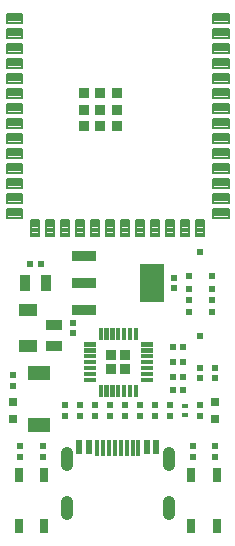
<source format=gtp>
G75*
%MOIN*%
%OFA0B0*%
%FSLAX25Y25*%
%IPPOS*%
%LPD*%
%AMOC8*
5,1,8,0,0,1.08239X$1,22.5*
%
%ADD10R,0.02362X0.05118*%
%ADD11R,0.01181X0.05709*%
%ADD12C,0.04134*%
%ADD13R,0.02559X0.04724*%
%ADD14R,0.08465X0.03740*%
%ADD15R,0.08465X0.12795*%
%ADD16R,0.02441X0.02441*%
%ADD17R,0.07480X0.04724*%
%ADD18R,0.05512X0.03543*%
%ADD19R,0.03543X0.05512*%
%ADD20R,0.03150X0.03150*%
%ADD21R,0.01969X0.01575*%
%ADD22R,0.01969X0.02362*%
%ADD23C,0.00780*%
%ADD24R,0.03543X0.03543*%
%ADD25R,0.03780X0.03780*%
%ADD26C,0.00080*%
%ADD27R,0.06299X0.03937*%
D10*
X0041505Y0034066D03*
X0044654Y0034066D03*
X0063946Y0034066D03*
X0067095Y0034066D03*
D11*
X0061190Y0033770D03*
X0059221Y0033770D03*
X0057253Y0033770D03*
X0055284Y0033770D03*
X0053316Y0033770D03*
X0051347Y0033770D03*
X0049379Y0033770D03*
X0047410Y0033770D03*
D12*
X0037292Y0032240D02*
X0037292Y0028106D01*
X0037292Y0015778D02*
X0037292Y0011644D01*
X0071308Y0011644D02*
X0071308Y0015778D01*
X0071308Y0028106D02*
X0071308Y0032240D01*
D13*
X0021318Y0007835D03*
X0029782Y0007835D03*
X0029782Y0024765D03*
X0021318Y0024765D03*
X0078818Y0024765D03*
X0087282Y0024765D03*
X0087282Y0007835D03*
X0078818Y0007835D03*
D14*
X0042883Y0079745D03*
X0042883Y0088800D03*
X0042883Y0097855D03*
D15*
X0065717Y0088800D03*
D16*
X0073050Y0087028D03*
X0073050Y0090572D03*
X0078050Y0086822D03*
X0078050Y0083278D03*
X0085550Y0083278D03*
X0085550Y0086822D03*
X0076072Y0067550D03*
X0076072Y0062550D03*
X0076072Y0057550D03*
X0076072Y0053175D03*
X0072528Y0053175D03*
X0072528Y0057550D03*
X0072528Y0062550D03*
X0072528Y0067550D03*
X0081800Y0060572D03*
X0081800Y0057028D03*
X0086800Y0057028D03*
X0086800Y0060572D03*
X0081800Y0048072D03*
X0081800Y0044528D03*
X0079300Y0034322D03*
X0079300Y0030778D03*
X0086800Y0030778D03*
X0086800Y0034322D03*
X0071800Y0044528D03*
X0071800Y0048072D03*
X0066800Y0048072D03*
X0066800Y0044528D03*
X0061800Y0044528D03*
X0061800Y0048072D03*
X0056800Y0048072D03*
X0056800Y0044528D03*
X0051800Y0044528D03*
X0051800Y0048072D03*
X0046800Y0048072D03*
X0046800Y0044528D03*
X0041800Y0044528D03*
X0041800Y0048072D03*
X0036800Y0048072D03*
X0036800Y0044528D03*
X0029300Y0034322D03*
X0029300Y0030778D03*
X0021800Y0030778D03*
X0021800Y0034322D03*
X0019300Y0054528D03*
X0019300Y0058072D03*
X0025028Y0095050D03*
X0028572Y0095050D03*
X0039300Y0075572D03*
X0039300Y0072028D03*
D17*
X0028050Y0058711D03*
X0028050Y0041389D03*
D18*
X0033050Y0067757D03*
X0033050Y0074843D03*
D19*
X0030343Y0088800D03*
X0023257Y0088800D03*
D20*
X0019300Y0049253D03*
X0019300Y0043347D03*
X0086800Y0043347D03*
X0086800Y0049253D03*
D21*
X0076800Y0047875D03*
X0076800Y0044725D03*
D22*
X0081800Y0071113D03*
X0078060Y0078987D03*
X0078060Y0091113D03*
X0081800Y0098987D03*
X0085540Y0091113D03*
X0085540Y0078987D03*
D23*
X0083181Y0104524D02*
X0083181Y0109650D01*
X0083181Y0104524D02*
X0080419Y0104524D01*
X0080419Y0109650D01*
X0083181Y0109650D01*
X0083181Y0105303D02*
X0080419Y0105303D01*
X0080419Y0106082D02*
X0083181Y0106082D01*
X0083181Y0106861D02*
X0080419Y0106861D01*
X0080419Y0107640D02*
X0083181Y0107640D01*
X0083181Y0108419D02*
X0080419Y0108419D01*
X0080419Y0109198D02*
X0083181Y0109198D01*
X0086186Y0113390D02*
X0091312Y0113390D01*
X0091312Y0110628D01*
X0086186Y0110628D01*
X0086186Y0113390D01*
X0086186Y0111407D02*
X0091312Y0111407D01*
X0091312Y0112186D02*
X0086186Y0112186D01*
X0086186Y0112965D02*
X0091312Y0112965D01*
X0091312Y0118390D02*
X0086186Y0118390D01*
X0091312Y0118390D02*
X0091312Y0115628D01*
X0086186Y0115628D01*
X0086186Y0118390D01*
X0086186Y0116407D02*
X0091312Y0116407D01*
X0091312Y0117186D02*
X0086186Y0117186D01*
X0086186Y0117965D02*
X0091312Y0117965D01*
X0091312Y0123390D02*
X0086186Y0123390D01*
X0091312Y0123390D02*
X0091312Y0120628D01*
X0086186Y0120628D01*
X0086186Y0123390D01*
X0086186Y0121407D02*
X0091312Y0121407D01*
X0091312Y0122186D02*
X0086186Y0122186D01*
X0086186Y0122965D02*
X0091312Y0122965D01*
X0091312Y0128390D02*
X0086186Y0128390D01*
X0091312Y0128390D02*
X0091312Y0125628D01*
X0086186Y0125628D01*
X0086186Y0128390D01*
X0086186Y0126407D02*
X0091312Y0126407D01*
X0091312Y0127186D02*
X0086186Y0127186D01*
X0086186Y0127965D02*
X0091312Y0127965D01*
X0091312Y0133390D02*
X0086186Y0133390D01*
X0091312Y0133390D02*
X0091312Y0130628D01*
X0086186Y0130628D01*
X0086186Y0133390D01*
X0086186Y0131407D02*
X0091312Y0131407D01*
X0091312Y0132186D02*
X0086186Y0132186D01*
X0086186Y0132965D02*
X0091312Y0132965D01*
X0091312Y0138390D02*
X0086186Y0138390D01*
X0091312Y0138390D02*
X0091312Y0135628D01*
X0086186Y0135628D01*
X0086186Y0138390D01*
X0086186Y0136407D02*
X0091312Y0136407D01*
X0091312Y0137186D02*
X0086186Y0137186D01*
X0086186Y0137965D02*
X0091312Y0137965D01*
X0091312Y0143390D02*
X0086186Y0143390D01*
X0091312Y0143390D02*
X0091312Y0140628D01*
X0086186Y0140628D01*
X0086186Y0143390D01*
X0086186Y0141407D02*
X0091312Y0141407D01*
X0091312Y0142186D02*
X0086186Y0142186D01*
X0086186Y0142965D02*
X0091312Y0142965D01*
X0091312Y0148390D02*
X0086186Y0148390D01*
X0091312Y0148390D02*
X0091312Y0145628D01*
X0086186Y0145628D01*
X0086186Y0148390D01*
X0086186Y0146407D02*
X0091312Y0146407D01*
X0091312Y0147186D02*
X0086186Y0147186D01*
X0086186Y0147965D02*
X0091312Y0147965D01*
X0091312Y0153390D02*
X0086186Y0153390D01*
X0091312Y0153390D02*
X0091312Y0150628D01*
X0086186Y0150628D01*
X0086186Y0153390D01*
X0086186Y0151407D02*
X0091312Y0151407D01*
X0091312Y0152186D02*
X0086186Y0152186D01*
X0086186Y0152965D02*
X0091312Y0152965D01*
X0091312Y0158390D02*
X0086186Y0158390D01*
X0091312Y0158390D02*
X0091312Y0155628D01*
X0086186Y0155628D01*
X0086186Y0158390D01*
X0086186Y0156407D02*
X0091312Y0156407D01*
X0091312Y0157186D02*
X0086186Y0157186D01*
X0086186Y0157965D02*
X0091312Y0157965D01*
X0091312Y0163390D02*
X0086186Y0163390D01*
X0091312Y0163390D02*
X0091312Y0160628D01*
X0086186Y0160628D01*
X0086186Y0163390D01*
X0086186Y0161407D02*
X0091312Y0161407D01*
X0091312Y0162186D02*
X0086186Y0162186D01*
X0086186Y0162965D02*
X0091312Y0162965D01*
X0091312Y0168390D02*
X0086186Y0168390D01*
X0091312Y0168390D02*
X0091312Y0165628D01*
X0086186Y0165628D01*
X0086186Y0168390D01*
X0086186Y0166407D02*
X0091312Y0166407D01*
X0091312Y0167186D02*
X0086186Y0167186D01*
X0086186Y0167965D02*
X0091312Y0167965D01*
X0091312Y0173390D02*
X0086186Y0173390D01*
X0091312Y0173390D02*
X0091312Y0170628D01*
X0086186Y0170628D01*
X0086186Y0173390D01*
X0086186Y0171407D02*
X0091312Y0171407D01*
X0091312Y0172186D02*
X0086186Y0172186D01*
X0086186Y0172965D02*
X0091312Y0172965D01*
X0091312Y0178390D02*
X0086186Y0178390D01*
X0091312Y0178390D02*
X0091312Y0175628D01*
X0086186Y0175628D01*
X0086186Y0178390D01*
X0086186Y0176407D02*
X0091312Y0176407D01*
X0091312Y0177186D02*
X0086186Y0177186D01*
X0086186Y0177965D02*
X0091312Y0177965D01*
X0078181Y0109650D02*
X0078181Y0104524D01*
X0075419Y0104524D01*
X0075419Y0109650D01*
X0078181Y0109650D01*
X0078181Y0105303D02*
X0075419Y0105303D01*
X0075419Y0106082D02*
X0078181Y0106082D01*
X0078181Y0106861D02*
X0075419Y0106861D01*
X0075419Y0107640D02*
X0078181Y0107640D01*
X0078181Y0108419D02*
X0075419Y0108419D01*
X0075419Y0109198D02*
X0078181Y0109198D01*
X0073181Y0109650D02*
X0073181Y0104524D01*
X0070419Y0104524D01*
X0070419Y0109650D01*
X0073181Y0109650D01*
X0073181Y0105303D02*
X0070419Y0105303D01*
X0070419Y0106082D02*
X0073181Y0106082D01*
X0073181Y0106861D02*
X0070419Y0106861D01*
X0070419Y0107640D02*
X0073181Y0107640D01*
X0073181Y0108419D02*
X0070419Y0108419D01*
X0070419Y0109198D02*
X0073181Y0109198D01*
X0068181Y0109650D02*
X0068181Y0104524D01*
X0065419Y0104524D01*
X0065419Y0109650D01*
X0068181Y0109650D01*
X0068181Y0105303D02*
X0065419Y0105303D01*
X0065419Y0106082D02*
X0068181Y0106082D01*
X0068181Y0106861D02*
X0065419Y0106861D01*
X0065419Y0107640D02*
X0068181Y0107640D01*
X0068181Y0108419D02*
X0065419Y0108419D01*
X0065419Y0109198D02*
X0068181Y0109198D01*
X0063181Y0109650D02*
X0063181Y0104524D01*
X0060419Y0104524D01*
X0060419Y0109650D01*
X0063181Y0109650D01*
X0063181Y0105303D02*
X0060419Y0105303D01*
X0060419Y0106082D02*
X0063181Y0106082D01*
X0063181Y0106861D02*
X0060419Y0106861D01*
X0060419Y0107640D02*
X0063181Y0107640D01*
X0063181Y0108419D02*
X0060419Y0108419D01*
X0060419Y0109198D02*
X0063181Y0109198D01*
X0058181Y0109650D02*
X0058181Y0104524D01*
X0055419Y0104524D01*
X0055419Y0109650D01*
X0058181Y0109650D01*
X0058181Y0105303D02*
X0055419Y0105303D01*
X0055419Y0106082D02*
X0058181Y0106082D01*
X0058181Y0106861D02*
X0055419Y0106861D01*
X0055419Y0107640D02*
X0058181Y0107640D01*
X0058181Y0108419D02*
X0055419Y0108419D01*
X0055419Y0109198D02*
X0058181Y0109198D01*
X0053181Y0109650D02*
X0053181Y0104524D01*
X0050419Y0104524D01*
X0050419Y0109650D01*
X0053181Y0109650D01*
X0053181Y0105303D02*
X0050419Y0105303D01*
X0050419Y0106082D02*
X0053181Y0106082D01*
X0053181Y0106861D02*
X0050419Y0106861D01*
X0050419Y0107640D02*
X0053181Y0107640D01*
X0053181Y0108419D02*
X0050419Y0108419D01*
X0050419Y0109198D02*
X0053181Y0109198D01*
X0048181Y0109650D02*
X0048181Y0104524D01*
X0045419Y0104524D01*
X0045419Y0109650D01*
X0048181Y0109650D01*
X0048181Y0105303D02*
X0045419Y0105303D01*
X0045419Y0106082D02*
X0048181Y0106082D01*
X0048181Y0106861D02*
X0045419Y0106861D01*
X0045419Y0107640D02*
X0048181Y0107640D01*
X0048181Y0108419D02*
X0045419Y0108419D01*
X0045419Y0109198D02*
X0048181Y0109198D01*
X0043181Y0109650D02*
X0043181Y0104524D01*
X0040419Y0104524D01*
X0040419Y0109650D01*
X0043181Y0109650D01*
X0043181Y0105303D02*
X0040419Y0105303D01*
X0040419Y0106082D02*
X0043181Y0106082D01*
X0043181Y0106861D02*
X0040419Y0106861D01*
X0040419Y0107640D02*
X0043181Y0107640D01*
X0043181Y0108419D02*
X0040419Y0108419D01*
X0040419Y0109198D02*
X0043181Y0109198D01*
X0038181Y0109650D02*
X0038181Y0104524D01*
X0035419Y0104524D01*
X0035419Y0109650D01*
X0038181Y0109650D01*
X0038181Y0105303D02*
X0035419Y0105303D01*
X0035419Y0106082D02*
X0038181Y0106082D01*
X0038181Y0106861D02*
X0035419Y0106861D01*
X0035419Y0107640D02*
X0038181Y0107640D01*
X0038181Y0108419D02*
X0035419Y0108419D01*
X0035419Y0109198D02*
X0038181Y0109198D01*
X0033181Y0109650D02*
X0033181Y0104524D01*
X0030419Y0104524D01*
X0030419Y0109650D01*
X0033181Y0109650D01*
X0033181Y0105303D02*
X0030419Y0105303D01*
X0030419Y0106082D02*
X0033181Y0106082D01*
X0033181Y0106861D02*
X0030419Y0106861D01*
X0030419Y0107640D02*
X0033181Y0107640D01*
X0033181Y0108419D02*
X0030419Y0108419D01*
X0030419Y0109198D02*
X0033181Y0109198D01*
X0028181Y0109650D02*
X0028181Y0104524D01*
X0025419Y0104524D01*
X0025419Y0109650D01*
X0028181Y0109650D01*
X0028181Y0105303D02*
X0025419Y0105303D01*
X0025419Y0106082D02*
X0028181Y0106082D01*
X0028181Y0106861D02*
X0025419Y0106861D01*
X0025419Y0107640D02*
X0028181Y0107640D01*
X0028181Y0108419D02*
X0025419Y0108419D01*
X0025419Y0109198D02*
X0028181Y0109198D01*
X0022414Y0110628D02*
X0017288Y0110628D01*
X0017288Y0113390D01*
X0022414Y0113390D01*
X0022414Y0110628D01*
X0022414Y0111407D02*
X0017288Y0111407D01*
X0017288Y0112186D02*
X0022414Y0112186D01*
X0022414Y0112965D02*
X0017288Y0112965D01*
X0017288Y0115628D02*
X0022414Y0115628D01*
X0017288Y0115628D02*
X0017288Y0118390D01*
X0022414Y0118390D01*
X0022414Y0115628D01*
X0022414Y0116407D02*
X0017288Y0116407D01*
X0017288Y0117186D02*
X0022414Y0117186D01*
X0022414Y0117965D02*
X0017288Y0117965D01*
X0017288Y0120628D02*
X0022414Y0120628D01*
X0017288Y0120628D02*
X0017288Y0123390D01*
X0022414Y0123390D01*
X0022414Y0120628D01*
X0022414Y0121407D02*
X0017288Y0121407D01*
X0017288Y0122186D02*
X0022414Y0122186D01*
X0022414Y0122965D02*
X0017288Y0122965D01*
X0017288Y0125628D02*
X0022414Y0125628D01*
X0017288Y0125628D02*
X0017288Y0128390D01*
X0022414Y0128390D01*
X0022414Y0125628D01*
X0022414Y0126407D02*
X0017288Y0126407D01*
X0017288Y0127186D02*
X0022414Y0127186D01*
X0022414Y0127965D02*
X0017288Y0127965D01*
X0017288Y0130628D02*
X0022414Y0130628D01*
X0017288Y0130628D02*
X0017288Y0133390D01*
X0022414Y0133390D01*
X0022414Y0130628D01*
X0022414Y0131407D02*
X0017288Y0131407D01*
X0017288Y0132186D02*
X0022414Y0132186D01*
X0022414Y0132965D02*
X0017288Y0132965D01*
X0017288Y0135628D02*
X0022414Y0135628D01*
X0017288Y0135628D02*
X0017288Y0138390D01*
X0022414Y0138390D01*
X0022414Y0135628D01*
X0022414Y0136407D02*
X0017288Y0136407D01*
X0017288Y0137186D02*
X0022414Y0137186D01*
X0022414Y0137965D02*
X0017288Y0137965D01*
X0017288Y0140628D02*
X0022414Y0140628D01*
X0017288Y0140628D02*
X0017288Y0143390D01*
X0022414Y0143390D01*
X0022414Y0140628D01*
X0022414Y0141407D02*
X0017288Y0141407D01*
X0017288Y0142186D02*
X0022414Y0142186D01*
X0022414Y0142965D02*
X0017288Y0142965D01*
X0017288Y0145628D02*
X0022414Y0145628D01*
X0017288Y0145628D02*
X0017288Y0148390D01*
X0022414Y0148390D01*
X0022414Y0145628D01*
X0022414Y0146407D02*
X0017288Y0146407D01*
X0017288Y0147186D02*
X0022414Y0147186D01*
X0022414Y0147965D02*
X0017288Y0147965D01*
X0017288Y0150628D02*
X0022414Y0150628D01*
X0017288Y0150628D02*
X0017288Y0153390D01*
X0022414Y0153390D01*
X0022414Y0150628D01*
X0022414Y0151407D02*
X0017288Y0151407D01*
X0017288Y0152186D02*
X0022414Y0152186D01*
X0022414Y0152965D02*
X0017288Y0152965D01*
X0017288Y0155628D02*
X0022414Y0155628D01*
X0017288Y0155628D02*
X0017288Y0158390D01*
X0022414Y0158390D01*
X0022414Y0155628D01*
X0022414Y0156407D02*
X0017288Y0156407D01*
X0017288Y0157186D02*
X0022414Y0157186D01*
X0022414Y0157965D02*
X0017288Y0157965D01*
X0017288Y0160628D02*
X0022414Y0160628D01*
X0017288Y0160628D02*
X0017288Y0163390D01*
X0022414Y0163390D01*
X0022414Y0160628D01*
X0022414Y0161407D02*
X0017288Y0161407D01*
X0017288Y0162186D02*
X0022414Y0162186D01*
X0022414Y0162965D02*
X0017288Y0162965D01*
X0017288Y0165628D02*
X0022414Y0165628D01*
X0017288Y0165628D02*
X0017288Y0168390D01*
X0022414Y0168390D01*
X0022414Y0165628D01*
X0022414Y0166407D02*
X0017288Y0166407D01*
X0017288Y0167186D02*
X0022414Y0167186D01*
X0022414Y0167965D02*
X0017288Y0167965D01*
X0017288Y0170628D02*
X0022414Y0170628D01*
X0017288Y0170628D02*
X0017288Y0173390D01*
X0022414Y0173390D01*
X0022414Y0170628D01*
X0022414Y0171407D02*
X0017288Y0171407D01*
X0017288Y0172186D02*
X0022414Y0172186D01*
X0022414Y0172965D02*
X0017288Y0172965D01*
X0017288Y0175628D02*
X0022414Y0175628D01*
X0017288Y0175628D02*
X0017288Y0178390D01*
X0022414Y0178390D01*
X0022414Y0175628D01*
X0022414Y0176407D02*
X0017288Y0176407D01*
X0017288Y0177186D02*
X0022414Y0177186D01*
X0022414Y0177965D02*
X0017288Y0177965D01*
D24*
X0042883Y0152127D03*
X0042883Y0146615D03*
X0042883Y0141103D03*
X0048394Y0141103D03*
X0048394Y0146615D03*
X0048394Y0152127D03*
X0053906Y0152127D03*
X0053906Y0146615D03*
X0053906Y0141103D03*
D25*
X0051898Y0064952D03*
X0051898Y0060148D03*
X0056702Y0060148D03*
X0056702Y0064952D03*
D26*
X0055738Y0070169D02*
X0055738Y0073829D01*
X0056800Y0073829D01*
X0056800Y0070169D01*
X0055738Y0070169D01*
X0055738Y0070248D02*
X0056800Y0070248D01*
X0056800Y0070327D02*
X0055738Y0070327D01*
X0055738Y0070406D02*
X0056800Y0070406D01*
X0056800Y0070485D02*
X0055738Y0070485D01*
X0055738Y0070564D02*
X0056800Y0070564D01*
X0056800Y0070643D02*
X0055738Y0070643D01*
X0055738Y0070722D02*
X0056800Y0070722D01*
X0056800Y0070801D02*
X0055738Y0070801D01*
X0055738Y0070880D02*
X0056800Y0070880D01*
X0056800Y0070959D02*
X0055738Y0070959D01*
X0055738Y0071038D02*
X0056800Y0071038D01*
X0056800Y0071117D02*
X0055738Y0071117D01*
X0055738Y0071196D02*
X0056800Y0071196D01*
X0056800Y0071275D02*
X0055738Y0071275D01*
X0055738Y0071354D02*
X0056800Y0071354D01*
X0056800Y0071433D02*
X0055738Y0071433D01*
X0055738Y0071512D02*
X0056800Y0071512D01*
X0056800Y0071591D02*
X0055738Y0071591D01*
X0055738Y0071670D02*
X0056800Y0071670D01*
X0056800Y0071749D02*
X0055738Y0071749D01*
X0055738Y0071828D02*
X0056800Y0071828D01*
X0056800Y0071907D02*
X0055738Y0071907D01*
X0055738Y0071986D02*
X0056800Y0071986D01*
X0056800Y0072065D02*
X0055738Y0072065D01*
X0055738Y0072144D02*
X0056800Y0072144D01*
X0056800Y0072223D02*
X0055738Y0072223D01*
X0055738Y0072302D02*
X0056800Y0072302D01*
X0056800Y0072381D02*
X0055738Y0072381D01*
X0055738Y0072460D02*
X0056800Y0072460D01*
X0056800Y0072539D02*
X0055738Y0072539D01*
X0055738Y0072618D02*
X0056800Y0072618D01*
X0056800Y0072697D02*
X0055738Y0072697D01*
X0055738Y0072776D02*
X0056800Y0072776D01*
X0056800Y0072855D02*
X0055738Y0072855D01*
X0055738Y0072934D02*
X0056800Y0072934D01*
X0056800Y0073013D02*
X0055738Y0073013D01*
X0055738Y0073092D02*
X0056800Y0073092D01*
X0056800Y0073171D02*
X0055738Y0073171D01*
X0055738Y0073250D02*
X0056800Y0073250D01*
X0056800Y0073329D02*
X0055738Y0073329D01*
X0055738Y0073408D02*
X0056800Y0073408D01*
X0056800Y0073487D02*
X0055738Y0073487D01*
X0055738Y0073566D02*
X0056800Y0073566D01*
X0056800Y0073645D02*
X0055738Y0073645D01*
X0055738Y0073724D02*
X0056800Y0073724D01*
X0056800Y0073803D02*
X0055738Y0073803D01*
X0053769Y0073829D02*
X0053769Y0070169D01*
X0053769Y0073829D02*
X0054831Y0073829D01*
X0054831Y0070169D01*
X0053769Y0070169D01*
X0053769Y0070248D02*
X0054831Y0070248D01*
X0054831Y0070327D02*
X0053769Y0070327D01*
X0053769Y0070406D02*
X0054831Y0070406D01*
X0054831Y0070485D02*
X0053769Y0070485D01*
X0053769Y0070564D02*
X0054831Y0070564D01*
X0054831Y0070643D02*
X0053769Y0070643D01*
X0053769Y0070722D02*
X0054831Y0070722D01*
X0054831Y0070801D02*
X0053769Y0070801D01*
X0053769Y0070880D02*
X0054831Y0070880D01*
X0054831Y0070959D02*
X0053769Y0070959D01*
X0053769Y0071038D02*
X0054831Y0071038D01*
X0054831Y0071117D02*
X0053769Y0071117D01*
X0053769Y0071196D02*
X0054831Y0071196D01*
X0054831Y0071275D02*
X0053769Y0071275D01*
X0053769Y0071354D02*
X0054831Y0071354D01*
X0054831Y0071433D02*
X0053769Y0071433D01*
X0053769Y0071512D02*
X0054831Y0071512D01*
X0054831Y0071591D02*
X0053769Y0071591D01*
X0053769Y0071670D02*
X0054831Y0071670D01*
X0054831Y0071749D02*
X0053769Y0071749D01*
X0053769Y0071828D02*
X0054831Y0071828D01*
X0054831Y0071907D02*
X0053769Y0071907D01*
X0053769Y0071986D02*
X0054831Y0071986D01*
X0054831Y0072065D02*
X0053769Y0072065D01*
X0053769Y0072144D02*
X0054831Y0072144D01*
X0054831Y0072223D02*
X0053769Y0072223D01*
X0053769Y0072302D02*
X0054831Y0072302D01*
X0054831Y0072381D02*
X0053769Y0072381D01*
X0053769Y0072460D02*
X0054831Y0072460D01*
X0054831Y0072539D02*
X0053769Y0072539D01*
X0053769Y0072618D02*
X0054831Y0072618D01*
X0054831Y0072697D02*
X0053769Y0072697D01*
X0053769Y0072776D02*
X0054831Y0072776D01*
X0054831Y0072855D02*
X0053769Y0072855D01*
X0053769Y0072934D02*
X0054831Y0072934D01*
X0054831Y0073013D02*
X0053769Y0073013D01*
X0053769Y0073092D02*
X0054831Y0073092D01*
X0054831Y0073171D02*
X0053769Y0073171D01*
X0053769Y0073250D02*
X0054831Y0073250D01*
X0054831Y0073329D02*
X0053769Y0073329D01*
X0053769Y0073408D02*
X0054831Y0073408D01*
X0054831Y0073487D02*
X0053769Y0073487D01*
X0053769Y0073566D02*
X0054831Y0073566D01*
X0054831Y0073645D02*
X0053769Y0073645D01*
X0053769Y0073724D02*
X0054831Y0073724D01*
X0054831Y0073803D02*
X0053769Y0073803D01*
X0051800Y0073829D02*
X0051800Y0070169D01*
X0051800Y0073829D02*
X0052862Y0073829D01*
X0052862Y0070169D01*
X0051800Y0070169D01*
X0051800Y0070248D02*
X0052862Y0070248D01*
X0052862Y0070327D02*
X0051800Y0070327D01*
X0051800Y0070406D02*
X0052862Y0070406D01*
X0052862Y0070485D02*
X0051800Y0070485D01*
X0051800Y0070564D02*
X0052862Y0070564D01*
X0052862Y0070643D02*
X0051800Y0070643D01*
X0051800Y0070722D02*
X0052862Y0070722D01*
X0052862Y0070801D02*
X0051800Y0070801D01*
X0051800Y0070880D02*
X0052862Y0070880D01*
X0052862Y0070959D02*
X0051800Y0070959D01*
X0051800Y0071038D02*
X0052862Y0071038D01*
X0052862Y0071117D02*
X0051800Y0071117D01*
X0051800Y0071196D02*
X0052862Y0071196D01*
X0052862Y0071275D02*
X0051800Y0071275D01*
X0051800Y0071354D02*
X0052862Y0071354D01*
X0052862Y0071433D02*
X0051800Y0071433D01*
X0051800Y0071512D02*
X0052862Y0071512D01*
X0052862Y0071591D02*
X0051800Y0071591D01*
X0051800Y0071670D02*
X0052862Y0071670D01*
X0052862Y0071749D02*
X0051800Y0071749D01*
X0051800Y0071828D02*
X0052862Y0071828D01*
X0052862Y0071907D02*
X0051800Y0071907D01*
X0051800Y0071986D02*
X0052862Y0071986D01*
X0052862Y0072065D02*
X0051800Y0072065D01*
X0051800Y0072144D02*
X0052862Y0072144D01*
X0052862Y0072223D02*
X0051800Y0072223D01*
X0051800Y0072302D02*
X0052862Y0072302D01*
X0052862Y0072381D02*
X0051800Y0072381D01*
X0051800Y0072460D02*
X0052862Y0072460D01*
X0052862Y0072539D02*
X0051800Y0072539D01*
X0051800Y0072618D02*
X0052862Y0072618D01*
X0052862Y0072697D02*
X0051800Y0072697D01*
X0051800Y0072776D02*
X0052862Y0072776D01*
X0052862Y0072855D02*
X0051800Y0072855D01*
X0051800Y0072934D02*
X0052862Y0072934D01*
X0052862Y0073013D02*
X0051800Y0073013D01*
X0051800Y0073092D02*
X0052862Y0073092D01*
X0052862Y0073171D02*
X0051800Y0073171D01*
X0051800Y0073250D02*
X0052862Y0073250D01*
X0052862Y0073329D02*
X0051800Y0073329D01*
X0051800Y0073408D02*
X0052862Y0073408D01*
X0052862Y0073487D02*
X0051800Y0073487D01*
X0051800Y0073566D02*
X0052862Y0073566D01*
X0052862Y0073645D02*
X0051800Y0073645D01*
X0051800Y0073724D02*
X0052862Y0073724D01*
X0052862Y0073803D02*
X0051800Y0073803D01*
X0049832Y0073829D02*
X0049832Y0070169D01*
X0049832Y0073829D02*
X0050894Y0073829D01*
X0050894Y0070169D01*
X0049832Y0070169D01*
X0049832Y0070248D02*
X0050894Y0070248D01*
X0050894Y0070327D02*
X0049832Y0070327D01*
X0049832Y0070406D02*
X0050894Y0070406D01*
X0050894Y0070485D02*
X0049832Y0070485D01*
X0049832Y0070564D02*
X0050894Y0070564D01*
X0050894Y0070643D02*
X0049832Y0070643D01*
X0049832Y0070722D02*
X0050894Y0070722D01*
X0050894Y0070801D02*
X0049832Y0070801D01*
X0049832Y0070880D02*
X0050894Y0070880D01*
X0050894Y0070959D02*
X0049832Y0070959D01*
X0049832Y0071038D02*
X0050894Y0071038D01*
X0050894Y0071117D02*
X0049832Y0071117D01*
X0049832Y0071196D02*
X0050894Y0071196D01*
X0050894Y0071275D02*
X0049832Y0071275D01*
X0049832Y0071354D02*
X0050894Y0071354D01*
X0050894Y0071433D02*
X0049832Y0071433D01*
X0049832Y0071512D02*
X0050894Y0071512D01*
X0050894Y0071591D02*
X0049832Y0071591D01*
X0049832Y0071670D02*
X0050894Y0071670D01*
X0050894Y0071749D02*
X0049832Y0071749D01*
X0049832Y0071828D02*
X0050894Y0071828D01*
X0050894Y0071907D02*
X0049832Y0071907D01*
X0049832Y0071986D02*
X0050894Y0071986D01*
X0050894Y0072065D02*
X0049832Y0072065D01*
X0049832Y0072144D02*
X0050894Y0072144D01*
X0050894Y0072223D02*
X0049832Y0072223D01*
X0049832Y0072302D02*
X0050894Y0072302D01*
X0050894Y0072381D02*
X0049832Y0072381D01*
X0049832Y0072460D02*
X0050894Y0072460D01*
X0050894Y0072539D02*
X0049832Y0072539D01*
X0049832Y0072618D02*
X0050894Y0072618D01*
X0050894Y0072697D02*
X0049832Y0072697D01*
X0049832Y0072776D02*
X0050894Y0072776D01*
X0050894Y0072855D02*
X0049832Y0072855D01*
X0049832Y0072934D02*
X0050894Y0072934D01*
X0050894Y0073013D02*
X0049832Y0073013D01*
X0049832Y0073092D02*
X0050894Y0073092D01*
X0050894Y0073171D02*
X0049832Y0073171D01*
X0049832Y0073250D02*
X0050894Y0073250D01*
X0050894Y0073329D02*
X0049832Y0073329D01*
X0049832Y0073408D02*
X0050894Y0073408D01*
X0050894Y0073487D02*
X0049832Y0073487D01*
X0049832Y0073566D02*
X0050894Y0073566D01*
X0050894Y0073645D02*
X0049832Y0073645D01*
X0049832Y0073724D02*
X0050894Y0073724D01*
X0050894Y0073803D02*
X0049832Y0073803D01*
X0047863Y0073829D02*
X0047863Y0070169D01*
X0047863Y0073829D02*
X0048925Y0073829D01*
X0048925Y0070169D01*
X0047863Y0070169D01*
X0047863Y0070248D02*
X0048925Y0070248D01*
X0048925Y0070327D02*
X0047863Y0070327D01*
X0047863Y0070406D02*
X0048925Y0070406D01*
X0048925Y0070485D02*
X0047863Y0070485D01*
X0047863Y0070564D02*
X0048925Y0070564D01*
X0048925Y0070643D02*
X0047863Y0070643D01*
X0047863Y0070722D02*
X0048925Y0070722D01*
X0048925Y0070801D02*
X0047863Y0070801D01*
X0047863Y0070880D02*
X0048925Y0070880D01*
X0048925Y0070959D02*
X0047863Y0070959D01*
X0047863Y0071038D02*
X0048925Y0071038D01*
X0048925Y0071117D02*
X0047863Y0071117D01*
X0047863Y0071196D02*
X0048925Y0071196D01*
X0048925Y0071275D02*
X0047863Y0071275D01*
X0047863Y0071354D02*
X0048925Y0071354D01*
X0048925Y0071433D02*
X0047863Y0071433D01*
X0047863Y0071512D02*
X0048925Y0071512D01*
X0048925Y0071591D02*
X0047863Y0071591D01*
X0047863Y0071670D02*
X0048925Y0071670D01*
X0048925Y0071749D02*
X0047863Y0071749D01*
X0047863Y0071828D02*
X0048925Y0071828D01*
X0048925Y0071907D02*
X0047863Y0071907D01*
X0047863Y0071986D02*
X0048925Y0071986D01*
X0048925Y0072065D02*
X0047863Y0072065D01*
X0047863Y0072144D02*
X0048925Y0072144D01*
X0048925Y0072223D02*
X0047863Y0072223D01*
X0047863Y0072302D02*
X0048925Y0072302D01*
X0048925Y0072381D02*
X0047863Y0072381D01*
X0047863Y0072460D02*
X0048925Y0072460D01*
X0048925Y0072539D02*
X0047863Y0072539D01*
X0047863Y0072618D02*
X0048925Y0072618D01*
X0048925Y0072697D02*
X0047863Y0072697D01*
X0047863Y0072776D02*
X0048925Y0072776D01*
X0048925Y0072855D02*
X0047863Y0072855D01*
X0047863Y0072934D02*
X0048925Y0072934D01*
X0048925Y0073013D02*
X0047863Y0073013D01*
X0047863Y0073092D02*
X0048925Y0073092D01*
X0048925Y0073171D02*
X0047863Y0073171D01*
X0047863Y0073250D02*
X0048925Y0073250D01*
X0048925Y0073329D02*
X0047863Y0073329D01*
X0047863Y0073408D02*
X0048925Y0073408D01*
X0048925Y0073487D02*
X0047863Y0073487D01*
X0047863Y0073566D02*
X0048925Y0073566D01*
X0048925Y0073645D02*
X0047863Y0073645D01*
X0047863Y0073724D02*
X0048925Y0073724D01*
X0048925Y0073803D02*
X0047863Y0073803D01*
X0046681Y0067925D02*
X0043021Y0067925D01*
X0043021Y0068987D01*
X0046681Y0068987D01*
X0046681Y0067925D01*
X0046681Y0068004D02*
X0043021Y0068004D01*
X0043021Y0068083D02*
X0046681Y0068083D01*
X0046681Y0068162D02*
X0043021Y0068162D01*
X0043021Y0068241D02*
X0046681Y0068241D01*
X0046681Y0068320D02*
X0043021Y0068320D01*
X0043021Y0068399D02*
X0046681Y0068399D01*
X0046681Y0068478D02*
X0043021Y0068478D01*
X0043021Y0068557D02*
X0046681Y0068557D01*
X0046681Y0068636D02*
X0043021Y0068636D01*
X0043021Y0068715D02*
X0046681Y0068715D01*
X0046681Y0068794D02*
X0043021Y0068794D01*
X0043021Y0068873D02*
X0046681Y0068873D01*
X0046681Y0068952D02*
X0043021Y0068952D01*
X0043021Y0065956D02*
X0046681Y0065956D01*
X0043021Y0065956D02*
X0043021Y0067018D01*
X0046681Y0067018D01*
X0046681Y0065956D01*
X0046681Y0066035D02*
X0043021Y0066035D01*
X0043021Y0066114D02*
X0046681Y0066114D01*
X0046681Y0066193D02*
X0043021Y0066193D01*
X0043021Y0066272D02*
X0046681Y0066272D01*
X0046681Y0066351D02*
X0043021Y0066351D01*
X0043021Y0066430D02*
X0046681Y0066430D01*
X0046681Y0066509D02*
X0043021Y0066509D01*
X0043021Y0066588D02*
X0046681Y0066588D01*
X0046681Y0066667D02*
X0043021Y0066667D01*
X0043021Y0066746D02*
X0046681Y0066746D01*
X0046681Y0066825D02*
X0043021Y0066825D01*
X0043021Y0066904D02*
X0046681Y0066904D01*
X0046681Y0066983D02*
X0043021Y0066983D01*
X0043021Y0063988D02*
X0046681Y0063988D01*
X0043021Y0063988D02*
X0043021Y0065050D01*
X0046681Y0065050D01*
X0046681Y0063988D01*
X0046681Y0064067D02*
X0043021Y0064067D01*
X0043021Y0064146D02*
X0046681Y0064146D01*
X0046681Y0064225D02*
X0043021Y0064225D01*
X0043021Y0064304D02*
X0046681Y0064304D01*
X0046681Y0064383D02*
X0043021Y0064383D01*
X0043021Y0064462D02*
X0046681Y0064462D01*
X0046681Y0064541D02*
X0043021Y0064541D01*
X0043021Y0064620D02*
X0046681Y0064620D01*
X0046681Y0064699D02*
X0043021Y0064699D01*
X0043021Y0064778D02*
X0046681Y0064778D01*
X0046681Y0064857D02*
X0043021Y0064857D01*
X0043021Y0064936D02*
X0046681Y0064936D01*
X0046681Y0065015D02*
X0043021Y0065015D01*
X0043021Y0062019D02*
X0046681Y0062019D01*
X0043021Y0062019D02*
X0043021Y0063081D01*
X0046681Y0063081D01*
X0046681Y0062019D01*
X0046681Y0062098D02*
X0043021Y0062098D01*
X0043021Y0062177D02*
X0046681Y0062177D01*
X0046681Y0062256D02*
X0043021Y0062256D01*
X0043021Y0062335D02*
X0046681Y0062335D01*
X0046681Y0062414D02*
X0043021Y0062414D01*
X0043021Y0062493D02*
X0046681Y0062493D01*
X0046681Y0062572D02*
X0043021Y0062572D01*
X0043021Y0062651D02*
X0046681Y0062651D01*
X0046681Y0062730D02*
X0043021Y0062730D01*
X0043021Y0062809D02*
X0046681Y0062809D01*
X0046681Y0062888D02*
X0043021Y0062888D01*
X0043021Y0062967D02*
X0046681Y0062967D01*
X0046681Y0063046D02*
X0043021Y0063046D01*
X0043021Y0060050D02*
X0046681Y0060050D01*
X0043021Y0060050D02*
X0043021Y0061112D01*
X0046681Y0061112D01*
X0046681Y0060050D01*
X0046681Y0060129D02*
X0043021Y0060129D01*
X0043021Y0060208D02*
X0046681Y0060208D01*
X0046681Y0060287D02*
X0043021Y0060287D01*
X0043021Y0060366D02*
X0046681Y0060366D01*
X0046681Y0060445D02*
X0043021Y0060445D01*
X0043021Y0060524D02*
X0046681Y0060524D01*
X0046681Y0060603D02*
X0043021Y0060603D01*
X0043021Y0060682D02*
X0046681Y0060682D01*
X0046681Y0060761D02*
X0043021Y0060761D01*
X0043021Y0060840D02*
X0046681Y0060840D01*
X0046681Y0060919D02*
X0043021Y0060919D01*
X0043021Y0060998D02*
X0046681Y0060998D01*
X0046681Y0061077D02*
X0043021Y0061077D01*
X0043021Y0058082D02*
X0046681Y0058082D01*
X0043021Y0058082D02*
X0043021Y0059144D01*
X0046681Y0059144D01*
X0046681Y0058082D01*
X0046681Y0058161D02*
X0043021Y0058161D01*
X0043021Y0058240D02*
X0046681Y0058240D01*
X0046681Y0058319D02*
X0043021Y0058319D01*
X0043021Y0058398D02*
X0046681Y0058398D01*
X0046681Y0058477D02*
X0043021Y0058477D01*
X0043021Y0058556D02*
X0046681Y0058556D01*
X0046681Y0058635D02*
X0043021Y0058635D01*
X0043021Y0058714D02*
X0046681Y0058714D01*
X0046681Y0058793D02*
X0043021Y0058793D01*
X0043021Y0058872D02*
X0046681Y0058872D01*
X0046681Y0058951D02*
X0043021Y0058951D01*
X0043021Y0059030D02*
X0046681Y0059030D01*
X0046681Y0059109D02*
X0043021Y0059109D01*
X0043021Y0056113D02*
X0046681Y0056113D01*
X0043021Y0056113D02*
X0043021Y0057175D01*
X0046681Y0057175D01*
X0046681Y0056113D01*
X0046681Y0056192D02*
X0043021Y0056192D01*
X0043021Y0056271D02*
X0046681Y0056271D01*
X0046681Y0056350D02*
X0043021Y0056350D01*
X0043021Y0056429D02*
X0046681Y0056429D01*
X0046681Y0056508D02*
X0043021Y0056508D01*
X0043021Y0056587D02*
X0046681Y0056587D01*
X0046681Y0056666D02*
X0043021Y0056666D01*
X0043021Y0056745D02*
X0046681Y0056745D01*
X0046681Y0056824D02*
X0043021Y0056824D01*
X0043021Y0056903D02*
X0046681Y0056903D01*
X0046681Y0056982D02*
X0043021Y0056982D01*
X0043021Y0057061D02*
X0046681Y0057061D01*
X0046681Y0057140D02*
X0043021Y0057140D01*
X0048925Y0054931D02*
X0048925Y0051271D01*
X0047863Y0051271D01*
X0047863Y0054931D01*
X0048925Y0054931D01*
X0048925Y0051350D02*
X0047863Y0051350D01*
X0047863Y0051429D02*
X0048925Y0051429D01*
X0048925Y0051508D02*
X0047863Y0051508D01*
X0047863Y0051587D02*
X0048925Y0051587D01*
X0048925Y0051666D02*
X0047863Y0051666D01*
X0047863Y0051745D02*
X0048925Y0051745D01*
X0048925Y0051824D02*
X0047863Y0051824D01*
X0047863Y0051903D02*
X0048925Y0051903D01*
X0048925Y0051982D02*
X0047863Y0051982D01*
X0047863Y0052061D02*
X0048925Y0052061D01*
X0048925Y0052140D02*
X0047863Y0052140D01*
X0047863Y0052219D02*
X0048925Y0052219D01*
X0048925Y0052298D02*
X0047863Y0052298D01*
X0047863Y0052377D02*
X0048925Y0052377D01*
X0048925Y0052456D02*
X0047863Y0052456D01*
X0047863Y0052535D02*
X0048925Y0052535D01*
X0048925Y0052614D02*
X0047863Y0052614D01*
X0047863Y0052693D02*
X0048925Y0052693D01*
X0048925Y0052772D02*
X0047863Y0052772D01*
X0047863Y0052851D02*
X0048925Y0052851D01*
X0048925Y0052930D02*
X0047863Y0052930D01*
X0047863Y0053009D02*
X0048925Y0053009D01*
X0048925Y0053088D02*
X0047863Y0053088D01*
X0047863Y0053167D02*
X0048925Y0053167D01*
X0048925Y0053246D02*
X0047863Y0053246D01*
X0047863Y0053325D02*
X0048925Y0053325D01*
X0048925Y0053404D02*
X0047863Y0053404D01*
X0047863Y0053483D02*
X0048925Y0053483D01*
X0048925Y0053562D02*
X0047863Y0053562D01*
X0047863Y0053641D02*
X0048925Y0053641D01*
X0048925Y0053720D02*
X0047863Y0053720D01*
X0047863Y0053799D02*
X0048925Y0053799D01*
X0048925Y0053878D02*
X0047863Y0053878D01*
X0047863Y0053957D02*
X0048925Y0053957D01*
X0048925Y0054036D02*
X0047863Y0054036D01*
X0047863Y0054115D02*
X0048925Y0054115D01*
X0048925Y0054194D02*
X0047863Y0054194D01*
X0047863Y0054273D02*
X0048925Y0054273D01*
X0048925Y0054352D02*
X0047863Y0054352D01*
X0047863Y0054431D02*
X0048925Y0054431D01*
X0048925Y0054510D02*
X0047863Y0054510D01*
X0047863Y0054589D02*
X0048925Y0054589D01*
X0048925Y0054668D02*
X0047863Y0054668D01*
X0047863Y0054747D02*
X0048925Y0054747D01*
X0048925Y0054826D02*
X0047863Y0054826D01*
X0047863Y0054905D02*
X0048925Y0054905D01*
X0050894Y0054931D02*
X0050894Y0051271D01*
X0049832Y0051271D01*
X0049832Y0054931D01*
X0050894Y0054931D01*
X0050894Y0051350D02*
X0049832Y0051350D01*
X0049832Y0051429D02*
X0050894Y0051429D01*
X0050894Y0051508D02*
X0049832Y0051508D01*
X0049832Y0051587D02*
X0050894Y0051587D01*
X0050894Y0051666D02*
X0049832Y0051666D01*
X0049832Y0051745D02*
X0050894Y0051745D01*
X0050894Y0051824D02*
X0049832Y0051824D01*
X0049832Y0051903D02*
X0050894Y0051903D01*
X0050894Y0051982D02*
X0049832Y0051982D01*
X0049832Y0052061D02*
X0050894Y0052061D01*
X0050894Y0052140D02*
X0049832Y0052140D01*
X0049832Y0052219D02*
X0050894Y0052219D01*
X0050894Y0052298D02*
X0049832Y0052298D01*
X0049832Y0052377D02*
X0050894Y0052377D01*
X0050894Y0052456D02*
X0049832Y0052456D01*
X0049832Y0052535D02*
X0050894Y0052535D01*
X0050894Y0052614D02*
X0049832Y0052614D01*
X0049832Y0052693D02*
X0050894Y0052693D01*
X0050894Y0052772D02*
X0049832Y0052772D01*
X0049832Y0052851D02*
X0050894Y0052851D01*
X0050894Y0052930D02*
X0049832Y0052930D01*
X0049832Y0053009D02*
X0050894Y0053009D01*
X0050894Y0053088D02*
X0049832Y0053088D01*
X0049832Y0053167D02*
X0050894Y0053167D01*
X0050894Y0053246D02*
X0049832Y0053246D01*
X0049832Y0053325D02*
X0050894Y0053325D01*
X0050894Y0053404D02*
X0049832Y0053404D01*
X0049832Y0053483D02*
X0050894Y0053483D01*
X0050894Y0053562D02*
X0049832Y0053562D01*
X0049832Y0053641D02*
X0050894Y0053641D01*
X0050894Y0053720D02*
X0049832Y0053720D01*
X0049832Y0053799D02*
X0050894Y0053799D01*
X0050894Y0053878D02*
X0049832Y0053878D01*
X0049832Y0053957D02*
X0050894Y0053957D01*
X0050894Y0054036D02*
X0049832Y0054036D01*
X0049832Y0054115D02*
X0050894Y0054115D01*
X0050894Y0054194D02*
X0049832Y0054194D01*
X0049832Y0054273D02*
X0050894Y0054273D01*
X0050894Y0054352D02*
X0049832Y0054352D01*
X0049832Y0054431D02*
X0050894Y0054431D01*
X0050894Y0054510D02*
X0049832Y0054510D01*
X0049832Y0054589D02*
X0050894Y0054589D01*
X0050894Y0054668D02*
X0049832Y0054668D01*
X0049832Y0054747D02*
X0050894Y0054747D01*
X0050894Y0054826D02*
X0049832Y0054826D01*
X0049832Y0054905D02*
X0050894Y0054905D01*
X0052862Y0054931D02*
X0052862Y0051271D01*
X0051800Y0051271D01*
X0051800Y0054931D01*
X0052862Y0054931D01*
X0052862Y0051350D02*
X0051800Y0051350D01*
X0051800Y0051429D02*
X0052862Y0051429D01*
X0052862Y0051508D02*
X0051800Y0051508D01*
X0051800Y0051587D02*
X0052862Y0051587D01*
X0052862Y0051666D02*
X0051800Y0051666D01*
X0051800Y0051745D02*
X0052862Y0051745D01*
X0052862Y0051824D02*
X0051800Y0051824D01*
X0051800Y0051903D02*
X0052862Y0051903D01*
X0052862Y0051982D02*
X0051800Y0051982D01*
X0051800Y0052061D02*
X0052862Y0052061D01*
X0052862Y0052140D02*
X0051800Y0052140D01*
X0051800Y0052219D02*
X0052862Y0052219D01*
X0052862Y0052298D02*
X0051800Y0052298D01*
X0051800Y0052377D02*
X0052862Y0052377D01*
X0052862Y0052456D02*
X0051800Y0052456D01*
X0051800Y0052535D02*
X0052862Y0052535D01*
X0052862Y0052614D02*
X0051800Y0052614D01*
X0051800Y0052693D02*
X0052862Y0052693D01*
X0052862Y0052772D02*
X0051800Y0052772D01*
X0051800Y0052851D02*
X0052862Y0052851D01*
X0052862Y0052930D02*
X0051800Y0052930D01*
X0051800Y0053009D02*
X0052862Y0053009D01*
X0052862Y0053088D02*
X0051800Y0053088D01*
X0051800Y0053167D02*
X0052862Y0053167D01*
X0052862Y0053246D02*
X0051800Y0053246D01*
X0051800Y0053325D02*
X0052862Y0053325D01*
X0052862Y0053404D02*
X0051800Y0053404D01*
X0051800Y0053483D02*
X0052862Y0053483D01*
X0052862Y0053562D02*
X0051800Y0053562D01*
X0051800Y0053641D02*
X0052862Y0053641D01*
X0052862Y0053720D02*
X0051800Y0053720D01*
X0051800Y0053799D02*
X0052862Y0053799D01*
X0052862Y0053878D02*
X0051800Y0053878D01*
X0051800Y0053957D02*
X0052862Y0053957D01*
X0052862Y0054036D02*
X0051800Y0054036D01*
X0051800Y0054115D02*
X0052862Y0054115D01*
X0052862Y0054194D02*
X0051800Y0054194D01*
X0051800Y0054273D02*
X0052862Y0054273D01*
X0052862Y0054352D02*
X0051800Y0054352D01*
X0051800Y0054431D02*
X0052862Y0054431D01*
X0052862Y0054510D02*
X0051800Y0054510D01*
X0051800Y0054589D02*
X0052862Y0054589D01*
X0052862Y0054668D02*
X0051800Y0054668D01*
X0051800Y0054747D02*
X0052862Y0054747D01*
X0052862Y0054826D02*
X0051800Y0054826D01*
X0051800Y0054905D02*
X0052862Y0054905D01*
X0054831Y0054931D02*
X0054831Y0051271D01*
X0053769Y0051271D01*
X0053769Y0054931D01*
X0054831Y0054931D01*
X0054831Y0051350D02*
X0053769Y0051350D01*
X0053769Y0051429D02*
X0054831Y0051429D01*
X0054831Y0051508D02*
X0053769Y0051508D01*
X0053769Y0051587D02*
X0054831Y0051587D01*
X0054831Y0051666D02*
X0053769Y0051666D01*
X0053769Y0051745D02*
X0054831Y0051745D01*
X0054831Y0051824D02*
X0053769Y0051824D01*
X0053769Y0051903D02*
X0054831Y0051903D01*
X0054831Y0051982D02*
X0053769Y0051982D01*
X0053769Y0052061D02*
X0054831Y0052061D01*
X0054831Y0052140D02*
X0053769Y0052140D01*
X0053769Y0052219D02*
X0054831Y0052219D01*
X0054831Y0052298D02*
X0053769Y0052298D01*
X0053769Y0052377D02*
X0054831Y0052377D01*
X0054831Y0052456D02*
X0053769Y0052456D01*
X0053769Y0052535D02*
X0054831Y0052535D01*
X0054831Y0052614D02*
X0053769Y0052614D01*
X0053769Y0052693D02*
X0054831Y0052693D01*
X0054831Y0052772D02*
X0053769Y0052772D01*
X0053769Y0052851D02*
X0054831Y0052851D01*
X0054831Y0052930D02*
X0053769Y0052930D01*
X0053769Y0053009D02*
X0054831Y0053009D01*
X0054831Y0053088D02*
X0053769Y0053088D01*
X0053769Y0053167D02*
X0054831Y0053167D01*
X0054831Y0053246D02*
X0053769Y0053246D01*
X0053769Y0053325D02*
X0054831Y0053325D01*
X0054831Y0053404D02*
X0053769Y0053404D01*
X0053769Y0053483D02*
X0054831Y0053483D01*
X0054831Y0053562D02*
X0053769Y0053562D01*
X0053769Y0053641D02*
X0054831Y0053641D01*
X0054831Y0053720D02*
X0053769Y0053720D01*
X0053769Y0053799D02*
X0054831Y0053799D01*
X0054831Y0053878D02*
X0053769Y0053878D01*
X0053769Y0053957D02*
X0054831Y0053957D01*
X0054831Y0054036D02*
X0053769Y0054036D01*
X0053769Y0054115D02*
X0054831Y0054115D01*
X0054831Y0054194D02*
X0053769Y0054194D01*
X0053769Y0054273D02*
X0054831Y0054273D01*
X0054831Y0054352D02*
X0053769Y0054352D01*
X0053769Y0054431D02*
X0054831Y0054431D01*
X0054831Y0054510D02*
X0053769Y0054510D01*
X0053769Y0054589D02*
X0054831Y0054589D01*
X0054831Y0054668D02*
X0053769Y0054668D01*
X0053769Y0054747D02*
X0054831Y0054747D01*
X0054831Y0054826D02*
X0053769Y0054826D01*
X0053769Y0054905D02*
X0054831Y0054905D01*
X0056800Y0054931D02*
X0056800Y0051271D01*
X0055738Y0051271D01*
X0055738Y0054931D01*
X0056800Y0054931D01*
X0056800Y0051350D02*
X0055738Y0051350D01*
X0055738Y0051429D02*
X0056800Y0051429D01*
X0056800Y0051508D02*
X0055738Y0051508D01*
X0055738Y0051587D02*
X0056800Y0051587D01*
X0056800Y0051666D02*
X0055738Y0051666D01*
X0055738Y0051745D02*
X0056800Y0051745D01*
X0056800Y0051824D02*
X0055738Y0051824D01*
X0055738Y0051903D02*
X0056800Y0051903D01*
X0056800Y0051982D02*
X0055738Y0051982D01*
X0055738Y0052061D02*
X0056800Y0052061D01*
X0056800Y0052140D02*
X0055738Y0052140D01*
X0055738Y0052219D02*
X0056800Y0052219D01*
X0056800Y0052298D02*
X0055738Y0052298D01*
X0055738Y0052377D02*
X0056800Y0052377D01*
X0056800Y0052456D02*
X0055738Y0052456D01*
X0055738Y0052535D02*
X0056800Y0052535D01*
X0056800Y0052614D02*
X0055738Y0052614D01*
X0055738Y0052693D02*
X0056800Y0052693D01*
X0056800Y0052772D02*
X0055738Y0052772D01*
X0055738Y0052851D02*
X0056800Y0052851D01*
X0056800Y0052930D02*
X0055738Y0052930D01*
X0055738Y0053009D02*
X0056800Y0053009D01*
X0056800Y0053088D02*
X0055738Y0053088D01*
X0055738Y0053167D02*
X0056800Y0053167D01*
X0056800Y0053246D02*
X0055738Y0053246D01*
X0055738Y0053325D02*
X0056800Y0053325D01*
X0056800Y0053404D02*
X0055738Y0053404D01*
X0055738Y0053483D02*
X0056800Y0053483D01*
X0056800Y0053562D02*
X0055738Y0053562D01*
X0055738Y0053641D02*
X0056800Y0053641D01*
X0056800Y0053720D02*
X0055738Y0053720D01*
X0055738Y0053799D02*
X0056800Y0053799D01*
X0056800Y0053878D02*
X0055738Y0053878D01*
X0055738Y0053957D02*
X0056800Y0053957D01*
X0056800Y0054036D02*
X0055738Y0054036D01*
X0055738Y0054115D02*
X0056800Y0054115D01*
X0056800Y0054194D02*
X0055738Y0054194D01*
X0055738Y0054273D02*
X0056800Y0054273D01*
X0056800Y0054352D02*
X0055738Y0054352D01*
X0055738Y0054431D02*
X0056800Y0054431D01*
X0056800Y0054510D02*
X0055738Y0054510D01*
X0055738Y0054589D02*
X0056800Y0054589D01*
X0056800Y0054668D02*
X0055738Y0054668D01*
X0055738Y0054747D02*
X0056800Y0054747D01*
X0056800Y0054826D02*
X0055738Y0054826D01*
X0055738Y0054905D02*
X0056800Y0054905D01*
X0058768Y0054931D02*
X0058768Y0051271D01*
X0057706Y0051271D01*
X0057706Y0054931D01*
X0058768Y0054931D01*
X0058768Y0051350D02*
X0057706Y0051350D01*
X0057706Y0051429D02*
X0058768Y0051429D01*
X0058768Y0051508D02*
X0057706Y0051508D01*
X0057706Y0051587D02*
X0058768Y0051587D01*
X0058768Y0051666D02*
X0057706Y0051666D01*
X0057706Y0051745D02*
X0058768Y0051745D01*
X0058768Y0051824D02*
X0057706Y0051824D01*
X0057706Y0051903D02*
X0058768Y0051903D01*
X0058768Y0051982D02*
X0057706Y0051982D01*
X0057706Y0052061D02*
X0058768Y0052061D01*
X0058768Y0052140D02*
X0057706Y0052140D01*
X0057706Y0052219D02*
X0058768Y0052219D01*
X0058768Y0052298D02*
X0057706Y0052298D01*
X0057706Y0052377D02*
X0058768Y0052377D01*
X0058768Y0052456D02*
X0057706Y0052456D01*
X0057706Y0052535D02*
X0058768Y0052535D01*
X0058768Y0052614D02*
X0057706Y0052614D01*
X0057706Y0052693D02*
X0058768Y0052693D01*
X0058768Y0052772D02*
X0057706Y0052772D01*
X0057706Y0052851D02*
X0058768Y0052851D01*
X0058768Y0052930D02*
X0057706Y0052930D01*
X0057706Y0053009D02*
X0058768Y0053009D01*
X0058768Y0053088D02*
X0057706Y0053088D01*
X0057706Y0053167D02*
X0058768Y0053167D01*
X0058768Y0053246D02*
X0057706Y0053246D01*
X0057706Y0053325D02*
X0058768Y0053325D01*
X0058768Y0053404D02*
X0057706Y0053404D01*
X0057706Y0053483D02*
X0058768Y0053483D01*
X0058768Y0053562D02*
X0057706Y0053562D01*
X0057706Y0053641D02*
X0058768Y0053641D01*
X0058768Y0053720D02*
X0057706Y0053720D01*
X0057706Y0053799D02*
X0058768Y0053799D01*
X0058768Y0053878D02*
X0057706Y0053878D01*
X0057706Y0053957D02*
X0058768Y0053957D01*
X0058768Y0054036D02*
X0057706Y0054036D01*
X0057706Y0054115D02*
X0058768Y0054115D01*
X0058768Y0054194D02*
X0057706Y0054194D01*
X0057706Y0054273D02*
X0058768Y0054273D01*
X0058768Y0054352D02*
X0057706Y0054352D01*
X0057706Y0054431D02*
X0058768Y0054431D01*
X0058768Y0054510D02*
X0057706Y0054510D01*
X0057706Y0054589D02*
X0058768Y0054589D01*
X0058768Y0054668D02*
X0057706Y0054668D01*
X0057706Y0054747D02*
X0058768Y0054747D01*
X0058768Y0054826D02*
X0057706Y0054826D01*
X0057706Y0054905D02*
X0058768Y0054905D01*
X0060737Y0054931D02*
X0060737Y0051271D01*
X0059675Y0051271D01*
X0059675Y0054931D01*
X0060737Y0054931D01*
X0060737Y0051350D02*
X0059675Y0051350D01*
X0059675Y0051429D02*
X0060737Y0051429D01*
X0060737Y0051508D02*
X0059675Y0051508D01*
X0059675Y0051587D02*
X0060737Y0051587D01*
X0060737Y0051666D02*
X0059675Y0051666D01*
X0059675Y0051745D02*
X0060737Y0051745D01*
X0060737Y0051824D02*
X0059675Y0051824D01*
X0059675Y0051903D02*
X0060737Y0051903D01*
X0060737Y0051982D02*
X0059675Y0051982D01*
X0059675Y0052061D02*
X0060737Y0052061D01*
X0060737Y0052140D02*
X0059675Y0052140D01*
X0059675Y0052219D02*
X0060737Y0052219D01*
X0060737Y0052298D02*
X0059675Y0052298D01*
X0059675Y0052377D02*
X0060737Y0052377D01*
X0060737Y0052456D02*
X0059675Y0052456D01*
X0059675Y0052535D02*
X0060737Y0052535D01*
X0060737Y0052614D02*
X0059675Y0052614D01*
X0059675Y0052693D02*
X0060737Y0052693D01*
X0060737Y0052772D02*
X0059675Y0052772D01*
X0059675Y0052851D02*
X0060737Y0052851D01*
X0060737Y0052930D02*
X0059675Y0052930D01*
X0059675Y0053009D02*
X0060737Y0053009D01*
X0060737Y0053088D02*
X0059675Y0053088D01*
X0059675Y0053167D02*
X0060737Y0053167D01*
X0060737Y0053246D02*
X0059675Y0053246D01*
X0059675Y0053325D02*
X0060737Y0053325D01*
X0060737Y0053404D02*
X0059675Y0053404D01*
X0059675Y0053483D02*
X0060737Y0053483D01*
X0060737Y0053562D02*
X0059675Y0053562D01*
X0059675Y0053641D02*
X0060737Y0053641D01*
X0060737Y0053720D02*
X0059675Y0053720D01*
X0059675Y0053799D02*
X0060737Y0053799D01*
X0060737Y0053878D02*
X0059675Y0053878D01*
X0059675Y0053957D02*
X0060737Y0053957D01*
X0060737Y0054036D02*
X0059675Y0054036D01*
X0059675Y0054115D02*
X0060737Y0054115D01*
X0060737Y0054194D02*
X0059675Y0054194D01*
X0059675Y0054273D02*
X0060737Y0054273D01*
X0060737Y0054352D02*
X0059675Y0054352D01*
X0059675Y0054431D02*
X0060737Y0054431D01*
X0060737Y0054510D02*
X0059675Y0054510D01*
X0059675Y0054589D02*
X0060737Y0054589D01*
X0060737Y0054668D02*
X0059675Y0054668D01*
X0059675Y0054747D02*
X0060737Y0054747D01*
X0060737Y0054826D02*
X0059675Y0054826D01*
X0059675Y0054905D02*
X0060737Y0054905D01*
X0061919Y0057175D02*
X0065579Y0057175D01*
X0065579Y0056113D01*
X0061919Y0056113D01*
X0061919Y0057175D01*
X0061919Y0056192D02*
X0065579Y0056192D01*
X0065579Y0056271D02*
X0061919Y0056271D01*
X0061919Y0056350D02*
X0065579Y0056350D01*
X0065579Y0056429D02*
X0061919Y0056429D01*
X0061919Y0056508D02*
X0065579Y0056508D01*
X0065579Y0056587D02*
X0061919Y0056587D01*
X0061919Y0056666D02*
X0065579Y0056666D01*
X0065579Y0056745D02*
X0061919Y0056745D01*
X0061919Y0056824D02*
X0065579Y0056824D01*
X0065579Y0056903D02*
X0061919Y0056903D01*
X0061919Y0056982D02*
X0065579Y0056982D01*
X0065579Y0057061D02*
X0061919Y0057061D01*
X0061919Y0057140D02*
X0065579Y0057140D01*
X0065579Y0059144D02*
X0061919Y0059144D01*
X0065579Y0059144D02*
X0065579Y0058082D01*
X0061919Y0058082D01*
X0061919Y0059144D01*
X0061919Y0058161D02*
X0065579Y0058161D01*
X0065579Y0058240D02*
X0061919Y0058240D01*
X0061919Y0058319D02*
X0065579Y0058319D01*
X0065579Y0058398D02*
X0061919Y0058398D01*
X0061919Y0058477D02*
X0065579Y0058477D01*
X0065579Y0058556D02*
X0061919Y0058556D01*
X0061919Y0058635D02*
X0065579Y0058635D01*
X0065579Y0058714D02*
X0061919Y0058714D01*
X0061919Y0058793D02*
X0065579Y0058793D01*
X0065579Y0058872D02*
X0061919Y0058872D01*
X0061919Y0058951D02*
X0065579Y0058951D01*
X0065579Y0059030D02*
X0061919Y0059030D01*
X0061919Y0059109D02*
X0065579Y0059109D01*
X0065579Y0061112D02*
X0061919Y0061112D01*
X0065579Y0061112D02*
X0065579Y0060050D01*
X0061919Y0060050D01*
X0061919Y0061112D01*
X0061919Y0060129D02*
X0065579Y0060129D01*
X0065579Y0060208D02*
X0061919Y0060208D01*
X0061919Y0060287D02*
X0065579Y0060287D01*
X0065579Y0060366D02*
X0061919Y0060366D01*
X0061919Y0060445D02*
X0065579Y0060445D01*
X0065579Y0060524D02*
X0061919Y0060524D01*
X0061919Y0060603D02*
X0065579Y0060603D01*
X0065579Y0060682D02*
X0061919Y0060682D01*
X0061919Y0060761D02*
X0065579Y0060761D01*
X0065579Y0060840D02*
X0061919Y0060840D01*
X0061919Y0060919D02*
X0065579Y0060919D01*
X0065579Y0060998D02*
X0061919Y0060998D01*
X0061919Y0061077D02*
X0065579Y0061077D01*
X0065579Y0063081D02*
X0061919Y0063081D01*
X0065579Y0063081D02*
X0065579Y0062019D01*
X0061919Y0062019D01*
X0061919Y0063081D01*
X0061919Y0062098D02*
X0065579Y0062098D01*
X0065579Y0062177D02*
X0061919Y0062177D01*
X0061919Y0062256D02*
X0065579Y0062256D01*
X0065579Y0062335D02*
X0061919Y0062335D01*
X0061919Y0062414D02*
X0065579Y0062414D01*
X0065579Y0062493D02*
X0061919Y0062493D01*
X0061919Y0062572D02*
X0065579Y0062572D01*
X0065579Y0062651D02*
X0061919Y0062651D01*
X0061919Y0062730D02*
X0065579Y0062730D01*
X0065579Y0062809D02*
X0061919Y0062809D01*
X0061919Y0062888D02*
X0065579Y0062888D01*
X0065579Y0062967D02*
X0061919Y0062967D01*
X0061919Y0063046D02*
X0065579Y0063046D01*
X0065579Y0065050D02*
X0061919Y0065050D01*
X0065579Y0065050D02*
X0065579Y0063988D01*
X0061919Y0063988D01*
X0061919Y0065050D01*
X0061919Y0064067D02*
X0065579Y0064067D01*
X0065579Y0064146D02*
X0061919Y0064146D01*
X0061919Y0064225D02*
X0065579Y0064225D01*
X0065579Y0064304D02*
X0061919Y0064304D01*
X0061919Y0064383D02*
X0065579Y0064383D01*
X0065579Y0064462D02*
X0061919Y0064462D01*
X0061919Y0064541D02*
X0065579Y0064541D01*
X0065579Y0064620D02*
X0061919Y0064620D01*
X0061919Y0064699D02*
X0065579Y0064699D01*
X0065579Y0064778D02*
X0061919Y0064778D01*
X0061919Y0064857D02*
X0065579Y0064857D01*
X0065579Y0064936D02*
X0061919Y0064936D01*
X0061919Y0065015D02*
X0065579Y0065015D01*
X0065579Y0067018D02*
X0061919Y0067018D01*
X0065579Y0067018D02*
X0065579Y0065956D01*
X0061919Y0065956D01*
X0061919Y0067018D01*
X0061919Y0066035D02*
X0065579Y0066035D01*
X0065579Y0066114D02*
X0061919Y0066114D01*
X0061919Y0066193D02*
X0065579Y0066193D01*
X0065579Y0066272D02*
X0061919Y0066272D01*
X0061919Y0066351D02*
X0065579Y0066351D01*
X0065579Y0066430D02*
X0061919Y0066430D01*
X0061919Y0066509D02*
X0065579Y0066509D01*
X0065579Y0066588D02*
X0061919Y0066588D01*
X0061919Y0066667D02*
X0065579Y0066667D01*
X0065579Y0066746D02*
X0061919Y0066746D01*
X0061919Y0066825D02*
X0065579Y0066825D01*
X0065579Y0066904D02*
X0061919Y0066904D01*
X0061919Y0066983D02*
X0065579Y0066983D01*
X0065579Y0068987D02*
X0061919Y0068987D01*
X0065579Y0068987D02*
X0065579Y0067925D01*
X0061919Y0067925D01*
X0061919Y0068987D01*
X0061919Y0068004D02*
X0065579Y0068004D01*
X0065579Y0068083D02*
X0061919Y0068083D01*
X0061919Y0068162D02*
X0065579Y0068162D01*
X0065579Y0068241D02*
X0061919Y0068241D01*
X0061919Y0068320D02*
X0065579Y0068320D01*
X0065579Y0068399D02*
X0061919Y0068399D01*
X0061919Y0068478D02*
X0065579Y0068478D01*
X0065579Y0068557D02*
X0061919Y0068557D01*
X0061919Y0068636D02*
X0065579Y0068636D01*
X0065579Y0068715D02*
X0061919Y0068715D01*
X0061919Y0068794D02*
X0065579Y0068794D01*
X0065579Y0068873D02*
X0061919Y0068873D01*
X0061919Y0068952D02*
X0065579Y0068952D01*
X0059675Y0070169D02*
X0059675Y0073829D01*
X0060737Y0073829D01*
X0060737Y0070169D01*
X0059675Y0070169D01*
X0059675Y0070248D02*
X0060737Y0070248D01*
X0060737Y0070327D02*
X0059675Y0070327D01*
X0059675Y0070406D02*
X0060737Y0070406D01*
X0060737Y0070485D02*
X0059675Y0070485D01*
X0059675Y0070564D02*
X0060737Y0070564D01*
X0060737Y0070643D02*
X0059675Y0070643D01*
X0059675Y0070722D02*
X0060737Y0070722D01*
X0060737Y0070801D02*
X0059675Y0070801D01*
X0059675Y0070880D02*
X0060737Y0070880D01*
X0060737Y0070959D02*
X0059675Y0070959D01*
X0059675Y0071038D02*
X0060737Y0071038D01*
X0060737Y0071117D02*
X0059675Y0071117D01*
X0059675Y0071196D02*
X0060737Y0071196D01*
X0060737Y0071275D02*
X0059675Y0071275D01*
X0059675Y0071354D02*
X0060737Y0071354D01*
X0060737Y0071433D02*
X0059675Y0071433D01*
X0059675Y0071512D02*
X0060737Y0071512D01*
X0060737Y0071591D02*
X0059675Y0071591D01*
X0059675Y0071670D02*
X0060737Y0071670D01*
X0060737Y0071749D02*
X0059675Y0071749D01*
X0059675Y0071828D02*
X0060737Y0071828D01*
X0060737Y0071907D02*
X0059675Y0071907D01*
X0059675Y0071986D02*
X0060737Y0071986D01*
X0060737Y0072065D02*
X0059675Y0072065D01*
X0059675Y0072144D02*
X0060737Y0072144D01*
X0060737Y0072223D02*
X0059675Y0072223D01*
X0059675Y0072302D02*
X0060737Y0072302D01*
X0060737Y0072381D02*
X0059675Y0072381D01*
X0059675Y0072460D02*
X0060737Y0072460D01*
X0060737Y0072539D02*
X0059675Y0072539D01*
X0059675Y0072618D02*
X0060737Y0072618D01*
X0060737Y0072697D02*
X0059675Y0072697D01*
X0059675Y0072776D02*
X0060737Y0072776D01*
X0060737Y0072855D02*
X0059675Y0072855D01*
X0059675Y0072934D02*
X0060737Y0072934D01*
X0060737Y0073013D02*
X0059675Y0073013D01*
X0059675Y0073092D02*
X0060737Y0073092D01*
X0060737Y0073171D02*
X0059675Y0073171D01*
X0059675Y0073250D02*
X0060737Y0073250D01*
X0060737Y0073329D02*
X0059675Y0073329D01*
X0059675Y0073408D02*
X0060737Y0073408D01*
X0060737Y0073487D02*
X0059675Y0073487D01*
X0059675Y0073566D02*
X0060737Y0073566D01*
X0060737Y0073645D02*
X0059675Y0073645D01*
X0059675Y0073724D02*
X0060737Y0073724D01*
X0060737Y0073803D02*
X0059675Y0073803D01*
X0057706Y0073829D02*
X0057706Y0070169D01*
X0057706Y0073829D02*
X0058768Y0073829D01*
X0058768Y0070169D01*
X0057706Y0070169D01*
X0057706Y0070248D02*
X0058768Y0070248D01*
X0058768Y0070327D02*
X0057706Y0070327D01*
X0057706Y0070406D02*
X0058768Y0070406D01*
X0058768Y0070485D02*
X0057706Y0070485D01*
X0057706Y0070564D02*
X0058768Y0070564D01*
X0058768Y0070643D02*
X0057706Y0070643D01*
X0057706Y0070722D02*
X0058768Y0070722D01*
X0058768Y0070801D02*
X0057706Y0070801D01*
X0057706Y0070880D02*
X0058768Y0070880D01*
X0058768Y0070959D02*
X0057706Y0070959D01*
X0057706Y0071038D02*
X0058768Y0071038D01*
X0058768Y0071117D02*
X0057706Y0071117D01*
X0057706Y0071196D02*
X0058768Y0071196D01*
X0058768Y0071275D02*
X0057706Y0071275D01*
X0057706Y0071354D02*
X0058768Y0071354D01*
X0058768Y0071433D02*
X0057706Y0071433D01*
X0057706Y0071512D02*
X0058768Y0071512D01*
X0058768Y0071591D02*
X0057706Y0071591D01*
X0057706Y0071670D02*
X0058768Y0071670D01*
X0058768Y0071749D02*
X0057706Y0071749D01*
X0057706Y0071828D02*
X0058768Y0071828D01*
X0058768Y0071907D02*
X0057706Y0071907D01*
X0057706Y0071986D02*
X0058768Y0071986D01*
X0058768Y0072065D02*
X0057706Y0072065D01*
X0057706Y0072144D02*
X0058768Y0072144D01*
X0058768Y0072223D02*
X0057706Y0072223D01*
X0057706Y0072302D02*
X0058768Y0072302D01*
X0058768Y0072381D02*
X0057706Y0072381D01*
X0057706Y0072460D02*
X0058768Y0072460D01*
X0058768Y0072539D02*
X0057706Y0072539D01*
X0057706Y0072618D02*
X0058768Y0072618D01*
X0058768Y0072697D02*
X0057706Y0072697D01*
X0057706Y0072776D02*
X0058768Y0072776D01*
X0058768Y0072855D02*
X0057706Y0072855D01*
X0057706Y0072934D02*
X0058768Y0072934D01*
X0058768Y0073013D02*
X0057706Y0073013D01*
X0057706Y0073092D02*
X0058768Y0073092D01*
X0058768Y0073171D02*
X0057706Y0073171D01*
X0057706Y0073250D02*
X0058768Y0073250D01*
X0058768Y0073329D02*
X0057706Y0073329D01*
X0057706Y0073408D02*
X0058768Y0073408D01*
X0058768Y0073487D02*
X0057706Y0073487D01*
X0057706Y0073566D02*
X0058768Y0073566D01*
X0058768Y0073645D02*
X0057706Y0073645D01*
X0057706Y0073724D02*
X0058768Y0073724D01*
X0058768Y0073803D02*
X0057706Y0073803D01*
D27*
X0024300Y0079706D03*
X0024300Y0067894D03*
M02*

</source>
